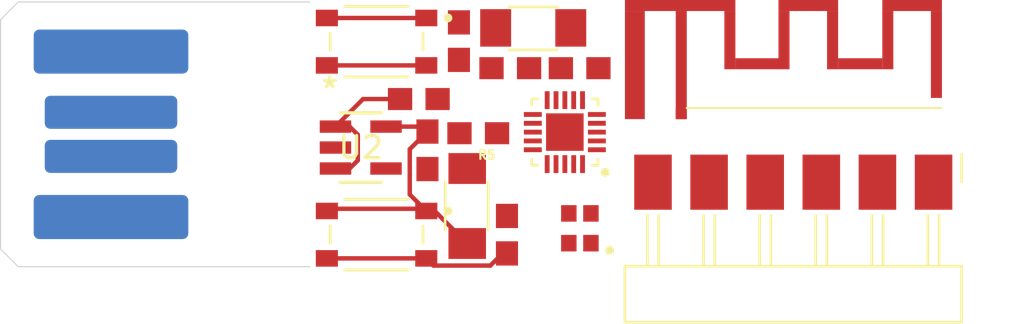
<source format=kicad_pcb>
(kicad_pcb (version 20241229) (generator "pcbnew") (generator_version "9.0")
  (layers (0 "F.Cu" signal) (2 "B.Cu" signal) (13 "F.Paste" user) (15 "B.Paste" user) (5 "F.SilkS" user "F.Silkscreen") (7 "B.SilkS" user "B.Silkscreen") (1 "F.Mask" user) (3 "B.Mask" user) (25 "Edge.Cuts" user))
  (net 0 "")
  (net 1 "PWR_GND")
  (net 2 "PWR_3V3")
  (net 3 "Net-(D1-K)")
  (net 4 "Net-(D2-K)")
  (net 5 "PA10")
  (net 6 "Net-(U1-ANT)")
  (net 7 "D+")
  (net 8 "D-")
  (net 9 "PWR_5V")
  (net 10 "PA5")
  (net 11 "PA6")
  (net 12 "PA4")
  (net 13 "PA7")
  (net 14 "Net-(R3-Pad1)")
  (net 15 "RST")
  (net 21 "Net-(U1-XO)")
  (net 22 "Net-(U1-XI)")
  (net 24 "PA9")
  (footprint "Footprint:LED_1206" (layer "F.Cu") (at 108.5875 146.325)
    (property "Reference" "D2" (hide yes))
    (property "Value" "PWRLED" (hide yes))
    (fp_line (start -1.1 -0.95) (end 1.1 -0.95) (stroke (width 0.12)) (layer "F.SilkS"))
    (fp_line (start -1.1 1) (end 1.1 1) (stroke (width 0.12)) (layer "F.SilkS"))
    (pad "1" smd rect (at -1.7 0) (size 1.4 1.7) (layers "F.Cu" "F.Mask" "F.Paste") (net 4 "Net-(D2-K)"))
    (pad "2" smd rect (at 1.7 0) (size 1.4 1.7) (layers "F.Cu" "F.Mask" "F.Paste") (net 5 "PA10"))
  )
  (footprint "Footprint:PinHeader_01x06_P2.54mm_Horizontal_SMD" (layer "F.Cu") (at 126.71 153.32 -90)
    (property "Reference" "J2" (hide yes))
    (property "Value" "PinHeader_01x06_P2.54mm_Horizontal_SMD" (hide yes))
    (fp_line (start 3.81 13.97) (end 3.81 -1.27) (stroke (width 0.12)) (layer "F.SilkS"))
    (fp_line (start 6.35 13.97) (end 3.81 13.97) (stroke (width 0.12)) (layer "F.SilkS"))
    (fp_line (start 3.81 12.954) (end 1.5 12.954) (stroke (width 0.12)) (layer "F.SilkS"))
    (fp_line (start 3.81 12.446) (end 1.5 12.446) (stroke (width 0.12)) (layer "F.SilkS"))
    (fp_line (start 3.81 10.414) (end 1.5 10.414) (stroke (width 0.12)) (layer "F.SilkS"))
    (fp_line (start 3.81 9.906) (end 1.5 9.906) (stroke (width 0.12)) (layer "F.SilkS"))
    (fp_line (start 3.81 7.874) (end 1.5 7.874) (stroke (width 0.12)) (layer "F.SilkS"))
    (fp_line (start 3.81 7.366) (end 1.5 7.366) (stroke (width 0.12)) (layer "F.SilkS"))
    (fp_line (start 3.81 5.334001) (end 1.5 5.334) (stroke (width 0.12)) (layer "F.SilkS"))
    (fp_line (start 3.81 4.826) (end 1.5 4.826) (stroke (width 0.12)) (layer "F.SilkS"))
    (fp_line (start 3.81 2.794) (end 1.5 2.794) (stroke (width 0.12)) (layer "F.SilkS"))
    (fp_line (start 3.81 2.286) (end 1.5 2.286) (stroke (width 0.12)) (layer "F.SilkS"))
    (fp_line (start 3.81 0.254) (end 1.5 0.254) (stroke (width 0.12)) (layer "F.SilkS"))
    (fp_line (start 3.81 -0.254) (end 1.5 -0.254) (stroke (width 0.12)) (layer "F.SilkS"))
    (fp_line (start -1.27 -1.27) (end 0 -1.27) (stroke (width 0.12)) (layer "F.SilkS"))
    (fp_line (start 3.81 -1.27) (end 6.35 -1.27) (stroke (width 0.12)) (layer "F.SilkS"))
    (fp_line (start 6.35 -1.27) (end 6.35 13.97) (stroke (width 0.12)) (layer "F.SilkS"))
    (pad "1" smd rect (at 0 0 270) (size 2.5 1.7) (layers "F.Cu" "F.Mask" "F.Paste") (net 2 "PWR_3V3"))
    (pad "2" smd rect (at 0 2.54 270) (size 2.5 1.7) (layers "F.Cu" "F.Mask" "F.Paste") (net 13 "PA7"))
    (pad "3" smd rect (at 0 5.08 270) (size 2.5 1.7) (layers "F.Cu" "F.Mask" "F.Paste") (net 11 "PA6"))
    (pad "4" smd rect (at 0 7.62 270) (size 2.5 1.7) (layers "F.Cu" "F.Mask" "F.Paste") (net 10 "PA5"))
    (pad "5" smd rect (at 0 10.16 270) (size 2.5 1.7) (layers "F.Cu" "F.Mask" "F.Paste") (net 12 "PA4"))
    (pad "6" smd rect (at 0 12.7 270) (size 2.5 1.7) (layers "F.Cu" "F.Mask" "F.Paste") (net 1 "PWR_GND"))
  )
  (footprint "Footprint:0603" (layer "F.Cu") (at 107.55 148.15 180)
    (property "Reference" "C7" (hide yes))
    (property "Value" "0.1uF" (hide yes))
    (pad "1" smd rect (at -0.85 0 180) (size 1.1 1) (layers "F.Cu" "F.Mask" "F.Paste") (net 2 "PWR_3V3"))
    (pad "2" smd rect (at 0.85 0 180) (size 1.1 1) (layers "F.Cu" "F.Mask" "F.Paste") (net 1 "PWR_GND"))
  )
  (footprint "Footprint:0603" (layer "F.Cu") (at 110.69 148.15)
    (property "Reference" "C6" (hide yes))
    (property "Value" "2.2uF" (hide yes))
    (pad "1" smd rect (at -0.85 0) (size 1.1 1) (layers "F.Cu" "F.Mask" "F.Paste") (net 2 "PWR_3V3"))
    (pad "2" smd rect (at 0.85 0) (size 1.1 1) (layers "F.Cu" "F.Mask" "F.Paste") (net 1 "PWR_GND"))
  )
  (footprint "Footprint:0603" (layer "F.Cu") (at 107.4 155.7 90)
    (property "Reference" "R3" (hide yes))
    (property "Value" "1.5k" (hide yes))
    (pad "1" smd rect (at -0.85 0 90) (size 1.1 1) (layers "F.Cu" "F.Mask" "F.Paste") (net 14 "Net-(R3-Pad1)"))
    (pad "2" smd rect (at 0.85 0 90) (size 1.1 1) (layers "F.Cu" "F.Mask" "F.Paste") (net 7 "D+"))
  )
  (footprint "Footprint:0603" (layer "F.Cu") (at 103.8 151.875 -90)
    (property "Reference" "C1" (hide yes))
    (property "Value" "C_0603" (hide yes))
    (pad "1" smd rect (at -0.85 0 270) (size 1.1 1) (layers "F.Cu" "F.Mask" "F.Paste") (net 2 "PWR_3V3"))
    (pad "2" smd rect (at 0.85 0 270) (size 1.1 1) (layers "F.Cu" "F.Mask" "F.Paste") (net 1 "PWR_GND"))
  )
  (footprint "Footprint:LED_1206" (layer "F.Cu") (at 105.6 154.4 -90)
    (property "Reference" "D1" (hide yes))
    (property "Value" "PWRLED" (hide yes))
    (fp_line (start -1.1 1) (end 1.1 1) (stroke (width 0.12)) (layer "F.SilkS"))
    (fp_line (start -1.1 -0.95) (end 1.1 -0.95) (stroke (width 0.12)) (layer "F.SilkS"))
    (pad "1" smd rect (at -1.7 0 270) (size 1.4 1.7) (layers "F.Cu" "F.Mask" "F.Paste") (net 3 "Net-(D1-K)"))
    (pad "2" smd rect (at 1.7 0 270) (size 1.4 1.7) (layers "F.Cu" "F.Mask" "F.Paste") (net 2 "PWR_3V3"))
  )
  (footprint "Footprint:0603" (layer "F.Cu") (at 106.1 151.1 180)
    (property "Reference" "R5" (at -0.385421 -0.986064 0) (layer "F.SilkS") (effects (font (size 0.394126 0.394126) (thickness 0.098532))))
    (property "Value" "330" (hide yes))
    (pad "1" smd rect (at -0.85 0 180) (size 1.1 1) (layers "F.Cu" "F.Mask" "F.Paste") (net 1 "PWR_GND"))
    (pad "2" smd rect (at 0.85 0 180) (size 1.1 1) (layers "F.Cu" "F.Mask" "F.Paste") (net 3 "Net-(D1-K)"))
  )
  (footprint "Footprint:0603" (layer "F.Cu") (at 103.41 149.55)
    (property "Reference" "C2" (hide yes))
    (property "Value" "C_0603" (hide yes))
    (pad "1" smd rect (at -0.85 0) (size 1.1 1) (layers "F.Cu" "F.Mask" "F.Paste") (net 9 "PWR_5V"))
    (pad "2" smd rect (at 0.85 0) (size 1.1 1) (layers "F.Cu" "F.Mask" "F.Paste") (net 1 "PWR_GND"))
  )
  (footprint "Footprint:antenna" (layer "F.Cu") (at 112.74 149.96)
    (property "Reference" "E2" (hide yes))
    (property "Value" "2.4ghz" (hide yes))
    (fp_poly (pts (xy 0 -4.9) (xy 0 -4.4) (xy 5 -4.4) (xy 5 -4.9) (xy 0 -4.9)) (fill yes) (layer "F.Cu"))
    (fp_poly (pts (xy 0 -4.4) (xy 0 0.5) (xy 0.9 0.5) (xy 0.9 -4.4) (xy 0 -4.4)) (fill yes) (layer "F.Cu"))
    (fp_poly (pts (xy 2.3 -4.4) (xy 2.3 0.5) (xy 2.8 0.5) (xy 2.8 -4.4) (xy 2.3 -4.4)) (fill yes) (layer "F.Cu"))
    (fp_poly (pts (xy 4.5 -4.4) (xy 4.5 -1.76) (xy 5 -1.76) (xy 5 -4.4) (xy 4.5 -4.4)) (fill yes) (layer "F.Cu"))
    (fp_poly (pts (xy 5 -2.26) (xy 5 -1.76) (xy 7 -1.76) (xy 7 -2.26) (xy 5 -2.26)) (fill yes) (layer "F.Cu"))
    (fp_poly (pts (xy 6.95 -4.9) (xy 6.95 -4.4) (xy 9.65 -4.4) (xy 9.65 -4.9) (xy 6.95 -4.9)) (fill yes) (layer "F.Cu"))
    (fp_poly (pts (xy 6.95 -4.4) (xy 6.95 -1.76) (xy 7.45 -1.76) (xy 7.45 -4.4) (xy 6.95 -4.4)) (fill yes) (layer "F.Cu"))
    (fp_poly (pts (xy 9.15 -4.4) (xy 9.15 -1.76) (xy 9.65 -1.76) (xy 9.65 -4.4) (xy 9.15 -4.4)) (fill yes) (layer "F.Cu"))
    (fp_poly (pts (xy 9.65 -2.26) (xy 9.65 -1.76) (xy 11.65 -1.76) (xy 11.65 -2.26) (xy 9.65 -2.26)) (fill yes) (layer "F.Cu"))
    (fp_poly (pts (xy 11.65 -4.9) (xy 11.65 -4.4) (xy 14.35 -4.4) (xy 14.35 -4.9) (xy 11.65 -4.9)) (fill yes) (layer "F.Cu"))
    (fp_poly (pts (xy 11.65 -4.4) (xy 11.65 -1.76) (xy 12.15 -1.76) (xy 12.15 -4.4) (xy 11.65 -4.4)) (fill yes) (layer "F.Cu"))
    (fp_poly (pts (xy 13.85 -4.4) (xy 13.85 -0.46) (xy 14.35 -0.46) (xy 14.35 -4.4) (xy 13.85 -4.4)) (fill yes) (layer "F.Cu"))
    (fp_line (start 2.8 0) (end 14.31 0) (stroke (width 0.1)) (layer "F.SilkS"))
    (pad "1" smd rect (at 2.55 0.25) (size 0.5 0.5) (layers "F.Cu" "F.Mask" "F.Paste") (net 6 "Net-(U1-ANT)"))
  )
  (footprint "Footprint:32mhz crystal" (layer "F.Cu") (at 110.7 155.41 180)
    (property "Reference" "Y1" (hide yes))
    (property "Value" "XRCGB32M000F2P01R0" (hide yes))
    (fp_circle (center -1.35 -1) (end -1.25 -1) (stroke (width 0.2)) (fill no) (layer "F.SilkS"))
    (pad "1" smd rect (at -0.5 -0.675 180) (size 0.7 0.75) (layers "F.Cu" "F.Mask" "F.Paste") (net 21 "Net-(U1-XO)"))
    (pad "2" smd rect (at -0.5 0.675 180) (size 0.7 0.75) (layers "F.Cu" "F.Mask" "F.Paste"))
    (pad "3" smd rect (at 0.5 0.675 180) (size 0.7 0.75) (layers "F.Cu" "F.Mask" "F.Paste") (net 22 "Net-(U1-XI)"))
    (pad "4" smd rect (at 0.5 -0.675 180) (size 0.7 0.75) (layers "F.Cu" "F.Mask" "F.Paste"))
  )
  (footprint "Footprint:voltage regulator" (layer "F.Cu") (at 100.7806 151.749999)
    (property "Reference" "U2" (at 0 0 0) (layer "F.SilkS"))
    (property "Value" "TCR2EF33_LMCT" (hide yes))
    (fp_line (start -0.9271 1.5748) (end 0.9271 1.5748) (stroke (width 0.1524)) (layer "F.SilkS"))
    (fp_line (start 0.9271 -1.5748) (end -0.9271 -1.5748) (stroke (width 0.1524)) (layer "F.SilkS"))
    (fp_text user "*" (at -1.3984 -2.6518 0) (layer "F.SilkS"))
    (fp_text user "*" (at -1.3984 -2.6518 0) (layer "F.SilkS"))
    (pad "1" smd rect (at -1.1444 -0.950001) (size 1.4224 0.5588) (layers "F.Cu" "F.Mask" "F.Paste") (net 9 "PWR_5V"))
    (pad "2" smd rect (at -1.1444 0) (size 1.4224 0.5588) (layers "F.Cu" "F.Mask" "F.Paste") (net 1 "PWR_GND"))
    (pad "3" smd rect (at -1.1444 0.950001) (size 1.4224 0.5588) (layers "F.Cu" "F.Mask" "F.Paste") (net 9 "PWR_5V"))
    (pad "4" smd rect (at 1.1444 0.950001) (size 1.4224 0.5588) (layers "F.Cu" "F.Mask" "F.Paste"))
    (pad "5" smd rect (at 1.1444 -0.950001) (size 1.4224 0.5588) (layers "F.Cu" "F.Mask" "F.Paste") (net 2 "PWR_3V3"))
  )
  (footprint "Footprint:button" (layer "F.Cu") (at 101.4975 146.95 180)
    (property "Reference" "S2" (hide yes))
    (property "Value" "TL3365AF180QG" (hide yes))
    (fp_line (start 2.1 0.3865) (end 2.1 -0.3865) (stroke (width 0.127)) (layer "F.SilkS"))
    (fp_line (start 1.4365 -1.600001) (end -1.436499 -1.6) (stroke (width 0.127)) (layer "F.SilkS"))
    (fp_line (start -1.4365 1.600001) (end 1.436499 1.6) (stroke (width 0.127)) (layer "F.SilkS"))
    (fp_line (start -2.1 -0.3865) (end -2.1 0.3865) (stroke (width 0.127)) (layer "F.SilkS"))
    (fp_circle (center -3.23 1.075) (end -3.13 1.074999) (stroke (width 0.2)) (fill no) (layer "F.SilkS"))
    (pad "1" smd rect (at -2.25 1.075 180) (size 1 0.75) (layers "F.Cu" "F.Mask" "F.Paste") (net 1 "PWR_GND"))
    (pad "2" smd rect (at 2.25 1.075 180) (size 1 0.75) (layers "F.Cu" "F.Mask" "F.Paste") (net 1 "PWR_GND"))
    (pad "3" smd rect (at -2.25 -1.075 180) (size 1 0.75) (layers "F.Cu" "F.Mask" "F.Paste") (net 15 "RST"))
    (pad "4" smd rect (at 2.25 -1.075 180) (size 1 0.75) (layers "F.Cu" "F.Mask" "F.Paste") (net 15 "RST"))
  )
  (footprint "Footprint:button" (layer "F.Cu") (at 101.4975 155.7 180)
    (property "Reference" "S1" (hide yes))
    (property "Value" "TL3365AF180QG" (hide yes))
    (fp_line (start 2.1 0.3865) (end 2.1 -0.3865) (stroke (width 0.127)) (layer "F.SilkS"))
    (fp_line (start 1.4365 -1.600001) (end -1.436499 -1.6) (stroke (width 0.127)) (layer "F.SilkS"))
    (fp_line (start -1.4365 1.600001) (end 1.436499 1.6) (stroke (width 0.127)) (layer "F.SilkS"))
    (fp_line (start -2.1 -0.3865) (end -2.1 0.3865) (stroke (width 0.127)) (layer "F.SilkS"))
    (fp_circle (center -3.23 1.075) (end -3.13 1.074999) (stroke (width 0.2)) (fill no) (layer "F.SilkS"))
    (pad "1" smd rect (at -2.25 1.075 180) (size 1 0.75) (layers "F.Cu" "F.Mask" "F.Paste") (net 2 "PWR_3V3"))
    (pad "2" smd rect (at 2.25 1.075 180) (size 1 0.75) (layers "F.Cu" "F.Mask" "F.Paste") (net 2 "PWR_3V3"))
    (pad "3" smd rect (at -2.25 -1.075 180) (size 1 0.75) (layers "F.Cu" "F.Mask" "F.Paste") (net 14 "Net-(R3-Pad1)"))
    (pad "4" smd rect (at 2.25 -1.075 180) (size 1 0.75) (layers "F.Cu" "F.Mask" "F.Paste") (net 14 "Net-(R3-Pad1)"))
  )
  (footprint "Footprint:CH572D" (layer "F.Cu") (at 109.25 148.99 180)
    (property "Reference" "U1" (hide yes))
    (property "Value" "~" (hide yes))
    (fp_line (start 0.730001 -0.56) (end 0.73 -0.83) (stroke (width 0.127)) (layer "F.SilkS"))
    (fp_line (start 0.730001 -0.56) (end 0.46 -0.56) (stroke (width 0.127)) (layer "F.SilkS"))
    (fp_line (start 0.73 -3.559999) (end 0.730001 -3.29) (stroke (width 0.127)) (layer "F.SilkS"))
    (fp_line (start 0.73 -3.559999) (end 0.46 -3.559999) (stroke (width 0.127)) (layer "F.SilkS"))
    (fp_line (start -2.27 -0.56) (end -2 -0.56) (stroke (width 0.127)) (layer "F.SilkS"))
    (fp_line (start -2.27 -0.56) (end -2.27 -0.83) (stroke (width 0.127)) (layer "F.SilkS"))
    (fp_line (start -2.270001 -3.56) (end -2 -3.56) (stroke (width 0.127)) (layer "F.SilkS"))
    (fp_line (start -2.270001 -3.56) (end -2.27 -3.290001) (stroke (width 0.127)) (layer "F.SilkS"))
    (fp_circle (center -2.6 -3.88) (end -2.5 -3.880001) (stroke (width 0.2)) (fill no) (layer "F.SilkS"))
    (pad "1" smd rect (at -2.219999 -2.86 180) (size 0.81 0.22) (layers "F.Cu" "F.Paste"))
    (pad "2" smd rect (at -2.22 -2.459999 180) (size 0.81 0.22) (layers "F.Cu" "F.Paste") (net 21 "Net-(U1-XO)"))
    (pad "3" smd rect (at -2.219999 -2.06 180) (size 0.81 0.22) (layers "F.Cu" "F.Paste") (net 22 "Net-(U1-XI)"))
    (pad "4" smd rect (at -2.22 -1.66 180) (size 0.81 0.22) (layers "F.Cu" "F.Paste"))
    (pad "5" smd rect (at -2.22 -1.26 180) (size 0.81 0.22) (layers "F.Cu" "F.Paste") (net 6 "Net-(U1-ANT)"))
    (pad "6" smd rect (at -1.57 -0.61 180) (size 0.22 0.81) (layers "F.Cu" "F.Paste") (net 2 "PWR_3V3"))
    (pad "7" smd rect (at -1.17 -0.609999 180) (size 0.22 0.81) (layers "F.Cu" "F.Paste") (net 2 "PWR_3V3"))
    (pad "8" smd rect (at -0.770001 -0.61 180) (size 0.22 0.81) (layers "F.Cu" "F.Paste") (net 9 "PWR_5V"))
    (pad "9" smd rect (at -0.37 -0.609999 180) (size 0.22 0.81) (layers "F.Cu" "F.Paste") (net 24 "PA9"))
    (pad "10" smd rect (at 0.03 -0.609999 180) (size 0.22 0.81) (layers "F.Cu" "F.Paste") (net 15 "RST"))
    (pad "11" smd rect (at 0.68 -1.26 180) (size 0.81 0.22) (layers "F.Cu" "F.Paste") (net 8 "D-"))
    (pad "12" smd rect (at 0.68 -1.66 180) (size 0.81 0.22) (layers "F.Cu" "F.Paste") (net 7 "D+"))
    (pad "13" smd rect (at 0.68 -2.06 180) (size 0.81 0.22) (layers "F.Cu" "F.Paste") (net 12 "PA4"))
    (pad "14" smd rect (at 0.68 -2.459999 180) (size 0.81 0.22) (layers "F.Cu" "F.Paste") (net 10 "PA5"))
    (pad "15" smd rect (at 0.68 -2.86 180) (size 0.81 0.22) (layers "F.Cu" "F.Paste") (net 11 "PA6"))
    (pad "16" smd rect (at 0.03 -3.51 180) (size 0.22 0.81) (layers "F.Cu" "F.Paste") (net 13 "PA7"))
    (pad "17" smd rect (at -0.37 -3.51 180) (size 0.22 0.81) (layers "F.Cu" "F.Paste"))
    (pad "18" smd rect (at -0.77 -3.51 180) (size 0.22 0.81) (layers "F.Cu" "F.Paste"))
    (pad "19" smd rect (at -1.17 -3.51 180) (size 0.22 0.81) (layers "F.Cu" "F.Paste"))
    (pad "20" smd rect (at -1.57 -3.51 180) (size 0.22 0.81) (layers "F.Cu" "F.Paste"))
    (pad "21" smd rect (at -0.770001 -2.06 180) (size 1.7 1.7) (layers "F.Cu") (net 1 "PWR_GND"))
  )
  (footprint "Footprint:0603" (layer "F.Cu") (at 105.225 146.925 90)
    (property "Reference" "R4" (hide yes))
    (property "Value" "330" (hide yes))
    (pad "1" smd rect (at -0.85 0 90) (size 1.1 1) (layers "F.Cu" "F.Mask" "F.Paste") (net 1 "PWR_GND"))
    (pad "2" smd rect (at 0.85 0 90) (size 1.1 1) (layers "F.Cu" "F.Mask" "F.Paste") (net 4 "Net-(D2-K)"))
  )
  (footprint "Footprint:USB_A_PCB_Edge_receptacle" (layer "B.Cu") (at 89.475 151.150001)
    (property "Reference" "J1" (hide yes))
    (property "Value" "USB_A_PCB_Edge_receptacle" (hide yes))
    (fp_line (start -5 -5.2) (end -4.2 -5.999999) (stroke (width 0.05)) (layer "Edge.Cuts"))
    (fp_line (start -5 5.2) (end -5 -5.2) (stroke (width 0.05)) (layer "Edge.Cuts"))
    (fp_line (start -5 5.2) (end -4.2 5.999999) (stroke (width 0.05)) (layer "Edge.Cuts"))
    (fp_line (start 9 5.999999) (end -4.2 5.999999) (stroke (width 0.05)) (layer "Edge.Cuts"))
    (fp_line (start 9.000001 -6) (end -4.2 -5.999999) (stroke (width 0.05)) (layer "Edge.Cuts"))
    (pad "1" smd roundrect (at 0 -3.75) (size 7 2) (layers "B.Cu" "B.Mask") (roundrect_rratio 0.125) (net 9 "PWR_5V"))
    (pad "2" smd roundrect (at 0 -1) (size 6 1.5) (layers "B.Cu" "B.Mask") (roundrect_rratio 0.1666666667) (net 8 "D-"))
    (pad "3" smd roundrect (at 0 1) (size 6 1.5) (layers "B.Cu" "B.Mask") (roundrect_rratio 0.1666666667) (net 7 "D+"))
    (pad "4" smd roundrect (at 0 3.75) (size 7 2) (layers "B.Cu" "B.Mask") (roundrect_rratio 0.125) (net 1 "PWR_GND"))
  )
  (segment (start 99.2475 145.875) (end 103.7475 145.875) (width 0.2) (layer "F.Cu") (net 1))
  (segment (start 102.999 151.826) (end 102.999 153.8765) (width 0.2) (layer "F.Cu") (net 2))
  (segment (start 103.8 151.025) (end 102.999 151.826) (width 0.2) (layer "F.Cu") (net 2))
  (segment (start 101.925 150.799998) (end 103.574998 150.799998) (width 0.2) (layer "F.Cu") (net 2))
  (segment (start 105.6 156.1) (end 104.125 154.625) (width 0.2) (layer "F.Cu") (net 2))
  (segment (start 104.125 154.625) (end 103.7475 154.625) (width 0.2) (layer "F.Cu") (net 2))
  (segment (start 102.999 153.8765) (end 103.7475 154.625) (width 0.2) (layer "F.Cu") (net 2))
  (segment (start 103.574998 150.799998) (end 103.8 151.025) (width 0.2) (layer "F.Cu") (net 2))
  (segment (start 99.2475 154.525) (end 103.7475 154.525) (width 0.2) (layer "F.Cu") (net 2))
  (segment (start 100.6484 151.169599) (end 100.6484 152.330399) (width 0.2) (layer "F.Cu") (net 9))
  (segment (start 102.56 149.55) (end 100.886198 149.55) (width 0.2) (layer "F.Cu") (net 9))
  (segment (start 99.6362 150.799998) (end 100.278799 150.799998) (width 0.2) (layer "F.Cu") (net 9))
  (segment (start 100.886198 149.55) (end 99.6362 150.799998) (width 0.2) (layer "F.Cu") (net 9))
  (segment (start 100.278799 150.799998) (end 100.6484 151.169599) (width 0.2) (layer "F.Cu") (net 9))
  (segment (start 100.278799 152.7) (end 99.6362 152.7) (width 0.2) (layer "F.Cu") (net 9))
  (segment (start 100.6484 152.330399) (end 100.278799 152.7) (width 0.2) (layer "F.Cu") (net 9))
  (segment (start 99.2475 156.775) (end 103.7475 156.775) (width 0.2) (layer "F.Cu") (net 14))
  (segment (start 103.7475 156.675) (end 104.025 156.675) (width 0.2) (layer "F.Cu") (net 14))
  (segment (start 104.0735 157.101) (end 103.7475 156.775) (width 0.2) (layer "F.Cu") (net 14))
  (segment (start 106.649 157.101) (end 104.0735 157.101) (width 0.2) (layer "F.Cu") (net 14))
  (segment (start 107.45 156.3) (end 106.649 157.101) (width 0.2) (layer "F.Cu") (net 14))
  (segment (start 99.2475 148.025) (end 103.7475 148.025) (width 0.2) (layer "F.Cu") (net 15))
)
</source>
